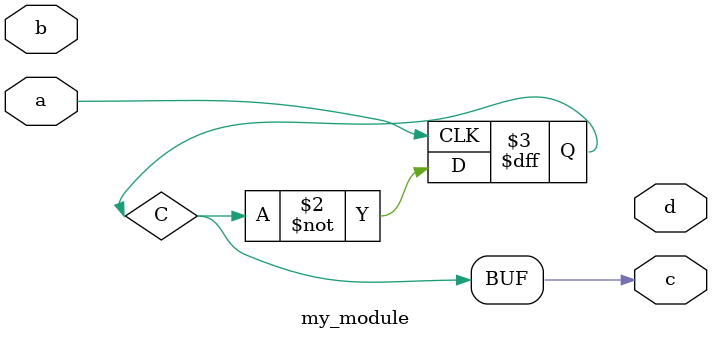
<source format=v>
module my_module ( input a,
		   input b,
		   output c,
		   output d );
   parameter x = 0, y = 0, z = 0;
   reg 		  C;
   assign c = C;

   always @ (posedge a)
     C <= ~C;

endmodule

</source>
